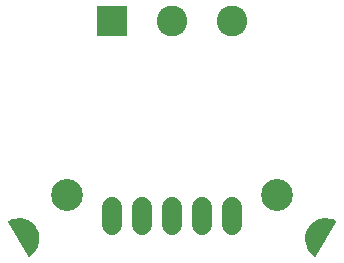
<source format=gbr>
G04 EAGLE Gerber RS-274X export*
G75*
%MOMM*%
%FSLAX34Y34*%
%LPD*%
%INSoldermask Top*%
%IPPOS*%
%AMOC8*
5,1,8,0,0,1.08239X$1,22.5*%
G01*
%ADD10C,1.203200*%
%ADD11C,2.703200*%
%ADD12C,1.727200*%
%ADD13R,2.603200X2.603200*%
%ADD14C,2.603200*%

G36*
X-51543Y40620D02*
X-51543Y40620D01*
X-51472Y40617D01*
X-51445Y40627D01*
X-51416Y40629D01*
X-51326Y40671D01*
X-51286Y40686D01*
X-51278Y40694D01*
X-51265Y40700D01*
X-48962Y42299D01*
X-48938Y42325D01*
X-48898Y42352D01*
X-46889Y44309D01*
X-46870Y44338D01*
X-46835Y44371D01*
X-45176Y46632D01*
X-45161Y46663D01*
X-45132Y46702D01*
X-43868Y49205D01*
X-43859Y49239D01*
X-43837Y49282D01*
X-43001Y51959D01*
X-42998Y51993D01*
X-42983Y52039D01*
X-42600Y54818D01*
X-42602Y54852D01*
X-42596Y54900D01*
X-42675Y57703D01*
X-42683Y57737D01*
X-42684Y57785D01*
X-43223Y60537D01*
X-43237Y60569D01*
X-43246Y60617D01*
X-44231Y63242D01*
X-44246Y63267D01*
X-44251Y63287D01*
X-44259Y63298D01*
X-44266Y63317D01*
X-45670Y65745D01*
X-45693Y65771D01*
X-45717Y65813D01*
X-47501Y67976D01*
X-47528Y67998D01*
X-47559Y68035D01*
X-49675Y69876D01*
X-49705Y69893D01*
X-49741Y69925D01*
X-52132Y71392D01*
X-52164Y71403D01*
X-52205Y71429D01*
X-54804Y72482D01*
X-54838Y72489D01*
X-54883Y72507D01*
X-57620Y73118D01*
X-57655Y73119D01*
X-57702Y73130D01*
X-60502Y73282D01*
X-60536Y73277D01*
X-60584Y73280D01*
X-63372Y72970D01*
X-63405Y72959D01*
X-63453Y72954D01*
X-66151Y72189D01*
X-66181Y72173D01*
X-66228Y72160D01*
X-68763Y70961D01*
X-68787Y70944D01*
X-68814Y70934D01*
X-68866Y70885D01*
X-68923Y70842D01*
X-68937Y70817D01*
X-68959Y70797D01*
X-68987Y70732D01*
X-69023Y70671D01*
X-69026Y70642D01*
X-69038Y70615D01*
X-69039Y70544D01*
X-69048Y70473D01*
X-69040Y70445D01*
X-69040Y70416D01*
X-69006Y70323D01*
X-68994Y70282D01*
X-68987Y70273D01*
X-68982Y70260D01*
X-51982Y40860D01*
X-51963Y40838D01*
X-51950Y40812D01*
X-51897Y40764D01*
X-51850Y40711D01*
X-51824Y40699D01*
X-51802Y40679D01*
X-51735Y40656D01*
X-51671Y40626D01*
X-51642Y40624D01*
X-51614Y40615D01*
X-51543Y40620D01*
G37*
G36*
X191276Y40621D02*
X191276Y40621D01*
X191347Y40620D01*
X191374Y40631D01*
X191403Y40635D01*
X191465Y40669D01*
X191530Y40697D01*
X191551Y40718D01*
X191576Y40732D01*
X191639Y40808D01*
X191669Y40839D01*
X191673Y40849D01*
X191682Y40860D01*
X208682Y70260D01*
X208691Y70288D01*
X208708Y70312D01*
X208723Y70381D01*
X208745Y70449D01*
X208743Y70478D01*
X208749Y70506D01*
X208736Y70576D01*
X208730Y70647D01*
X208717Y70673D01*
X208711Y70701D01*
X208671Y70760D01*
X208639Y70823D01*
X208616Y70842D01*
X208600Y70866D01*
X208518Y70923D01*
X208485Y70950D01*
X208475Y70953D01*
X208463Y70961D01*
X205928Y72160D01*
X205894Y72168D01*
X205851Y72189D01*
X203153Y72954D01*
X203118Y72956D01*
X203072Y72970D01*
X200284Y73280D01*
X200250Y73277D01*
X200202Y73282D01*
X197402Y73130D01*
X197368Y73121D01*
X197320Y73118D01*
X194583Y72507D01*
X194551Y72493D01*
X194504Y72482D01*
X191905Y71429D01*
X191876Y71410D01*
X191832Y71392D01*
X189441Y69925D01*
X189416Y69901D01*
X189375Y69876D01*
X187259Y68035D01*
X187238Y68008D01*
X187201Y67976D01*
X185417Y65813D01*
X185401Y65782D01*
X185370Y65745D01*
X183966Y63317D01*
X183955Y63284D01*
X183948Y63271D01*
X183938Y63257D01*
X183938Y63254D01*
X183931Y63242D01*
X182946Y60617D01*
X182940Y60582D01*
X182923Y60537D01*
X182384Y57785D01*
X182384Y57751D01*
X182375Y57703D01*
X182296Y54900D01*
X182302Y54866D01*
X182300Y54818D01*
X182683Y52039D01*
X182695Y52007D01*
X182701Y51959D01*
X183537Y49282D01*
X183554Y49251D01*
X183568Y49205D01*
X184832Y46702D01*
X184854Y46675D01*
X184876Y46632D01*
X186535Y44371D01*
X186561Y44348D01*
X186589Y44309D01*
X188598Y42352D01*
X188627Y42333D01*
X188662Y42299D01*
X190965Y40700D01*
X190992Y40688D01*
X191015Y40670D01*
X191083Y40649D01*
X191148Y40621D01*
X191177Y40621D01*
X191205Y40613D01*
X191276Y40621D01*
G37*
D10*
X193750Y59310D03*
X-54050Y59310D03*
D11*
X-19050Y92710D03*
X158750Y92710D03*
D12*
X120650Y82550D02*
X120650Y67310D01*
X95250Y67310D02*
X95250Y82550D01*
X69850Y82550D02*
X69850Y67310D01*
X44450Y67310D02*
X44450Y82550D01*
X19050Y82550D02*
X19050Y67310D01*
D13*
X19050Y240030D03*
D14*
X69850Y240030D03*
X120650Y240030D03*
M02*

</source>
